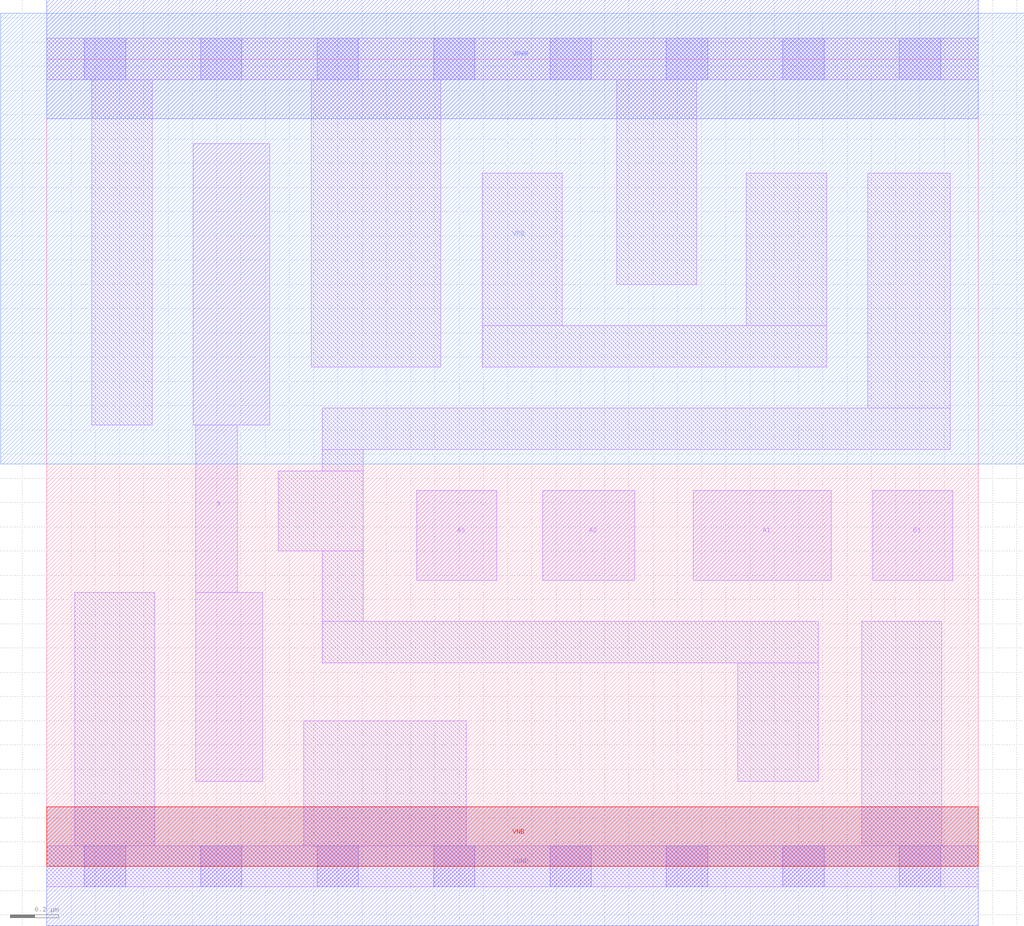
<source format=lef>
# Copyright 2020 The SkyWater PDK Authors
#
# Licensed under the Apache License, Version 2.0 (the "License");
# you may not use this file except in compliance with the License.
# You may obtain a copy of the License at
#
#     https://www.apache.org/licenses/LICENSE-2.0
#
# Unless required by applicable law or agreed to in writing, software
# distributed under the License is distributed on an "AS IS" BASIS,
# WITHOUT WARRANTIES OR CONDITIONS OF ANY KIND, either express or implied.
# See the License for the specific language governing permissions and
# limitations under the License.
#
# SPDX-License-Identifier: Apache-2.0

VERSION 5.7 ;
  NOWIREEXTENSIONATPIN ON ;
  DIVIDERCHAR "/" ;
  BUSBITCHARS "[]" ;
MACRO sky130_fd_sc_ls__a31o_2
  CLASS CORE ;
  FOREIGN sky130_fd_sc_ls__a31o_2 ;
  ORIGIN  0.000000  0.000000 ;
  SIZE  3.840000 BY  3.330000 ;
  SYMMETRY X Y ;
  SITE unit ;
  PIN A1
    ANTENNAGATEAREA  0.261000 ;
    DIRECTION INPUT ;
    USE SIGNAL ;
    PORT
      LAYER li1 ;
        RECT 2.665000 1.180000 3.235000 1.550000 ;
    END
  END A1
  PIN A2
    ANTENNAGATEAREA  0.261000 ;
    DIRECTION INPUT ;
    USE SIGNAL ;
    PORT
      LAYER li1 ;
        RECT 2.045000 1.180000 2.425000 1.550000 ;
    END
  END A2
  PIN A3
    ANTENNAGATEAREA  0.261000 ;
    DIRECTION INPUT ;
    USE SIGNAL ;
    PORT
      LAYER li1 ;
        RECT 1.525000 1.180000 1.855000 1.550000 ;
    END
  END A3
  PIN B1
    ANTENNAGATEAREA  0.261000 ;
    DIRECTION INPUT ;
    USE SIGNAL ;
    PORT
      LAYER li1 ;
        RECT 3.405000 1.180000 3.735000 1.550000 ;
    END
  END B1
  PIN VNB
    PORT
      LAYER pwell ;
        RECT 0.000000 0.000000 3.840000 0.245000 ;
    END
  END VNB
  PIN VPB
    PORT
      LAYER nwell ;
        RECT -0.190000 1.660000 4.030000 3.520000 ;
    END
  END VPB
  PIN X
    ANTENNADIFFAREA  0.543200 ;
    DIRECTION OUTPUT ;
    USE SIGNAL ;
    PORT
      LAYER li1 ;
        RECT 0.605000 1.820000 0.920000 2.980000 ;
        RECT 0.615000 0.350000 0.890000 1.130000 ;
        RECT 0.615000 1.130000 0.785000 1.820000 ;
    END
  END X
  PIN VGND
    DIRECTION INOUT ;
    SHAPE ABUTMENT ;
    USE GROUND ;
    PORT
      LAYER met1 ;
        RECT 0.000000 -0.245000 3.840000 0.245000 ;
    END
  END VGND
  PIN VPWR
    DIRECTION INOUT ;
    SHAPE ABUTMENT ;
    USE POWER ;
    PORT
      LAYER met1 ;
        RECT 0.000000 3.085000 3.840000 3.575000 ;
    END
  END VPWR
  OBS
    LAYER li1 ;
      RECT 0.000000 -0.085000 3.840000 0.085000 ;
      RECT 0.000000  3.245000 3.840000 3.415000 ;
      RECT 0.115000  0.085000 0.445000 1.130000 ;
      RECT 0.185000  1.820000 0.435000 3.245000 ;
      RECT 0.955000  1.300000 1.305000 1.630000 ;
      RECT 1.060000  0.085000 1.730000 0.600000 ;
      RECT 1.090000  2.060000 1.625000 3.245000 ;
      RECT 1.135000  0.840000 3.180000 1.010000 ;
      RECT 1.135000  1.010000 1.305000 1.300000 ;
      RECT 1.135000  1.630000 1.305000 1.720000 ;
      RECT 1.135000  1.720000 3.725000 1.890000 ;
      RECT 1.795000  2.060000 3.215000 2.230000 ;
      RECT 1.795000  2.230000 2.125000 2.860000 ;
      RECT 2.350000  2.400000 2.680000 3.245000 ;
      RECT 2.850000  0.350000 3.180000 0.840000 ;
      RECT 2.885000  2.230000 3.215000 2.860000 ;
      RECT 3.360000  0.085000 3.690000 1.010000 ;
      RECT 3.385000  1.890000 3.725000 2.860000 ;
    LAYER mcon ;
      RECT 0.155000 -0.085000 0.325000 0.085000 ;
      RECT 0.155000  3.245000 0.325000 3.415000 ;
      RECT 0.635000 -0.085000 0.805000 0.085000 ;
      RECT 0.635000  3.245000 0.805000 3.415000 ;
      RECT 1.115000 -0.085000 1.285000 0.085000 ;
      RECT 1.115000  3.245000 1.285000 3.415000 ;
      RECT 1.595000 -0.085000 1.765000 0.085000 ;
      RECT 1.595000  3.245000 1.765000 3.415000 ;
      RECT 2.075000 -0.085000 2.245000 0.085000 ;
      RECT 2.075000  3.245000 2.245000 3.415000 ;
      RECT 2.555000 -0.085000 2.725000 0.085000 ;
      RECT 2.555000  3.245000 2.725000 3.415000 ;
      RECT 3.035000 -0.085000 3.205000 0.085000 ;
      RECT 3.035000  3.245000 3.205000 3.415000 ;
      RECT 3.515000 -0.085000 3.685000 0.085000 ;
      RECT 3.515000  3.245000 3.685000 3.415000 ;
  END
END sky130_fd_sc_ls__a31o_2
END LIBRARY

</source>
